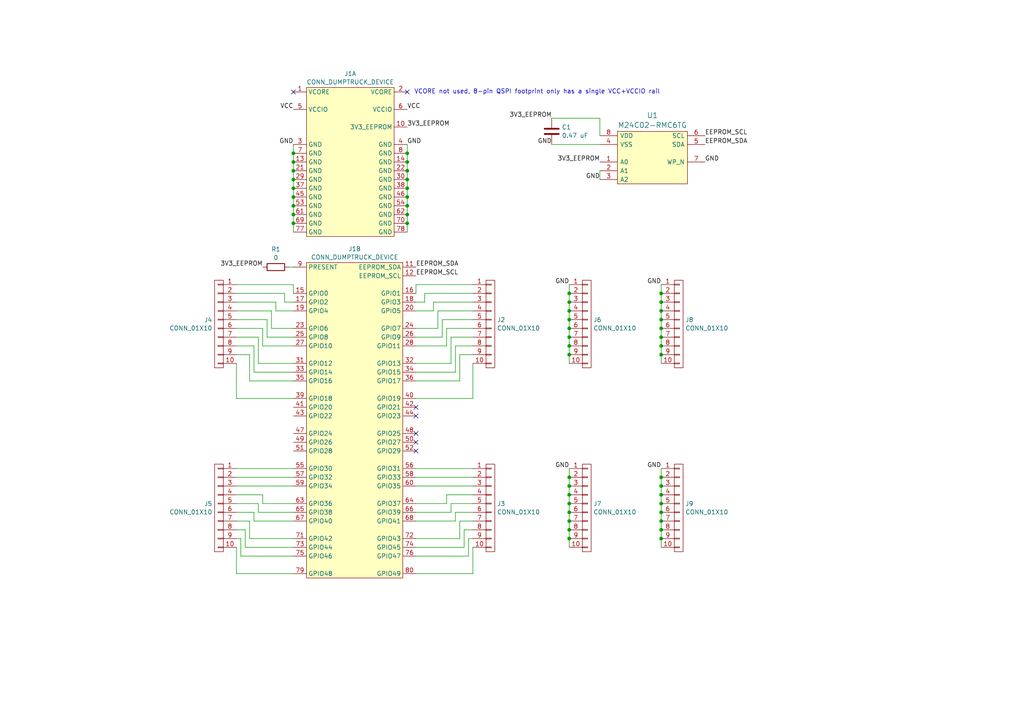
<source format=kicad_sch>
(kicad_sch (version 20231120) (generator "eeschema") (generator_version "8.0")
  (paper "A4")
  (lib_symbols
    (symbol "conn:CONN_01X10" (pin_names (offset 1.016) hide)
      (property "Reference" "J" (at 0 13.97 0))
      (property "Value" "CONN_01X10" (at 2.54 0 90))
      (symbol "CONN_01X10_0_1"
        (rectangle (start -1.27 -11.303) (end 0.254 -11.557))
        (rectangle (start -1.27 -8.763) (end 0.254 -9.017))
        (rectangle (start -1.27 -6.223) (end 0.254 -6.477))
        (rectangle (start -1.27 -3.683) (end 0.254 -3.937))
        (rectangle (start -1.27 -1.143) (end 0.254 -1.397))
        (rectangle (start -1.27 1.397) (end 0.254 1.143))
        (rectangle (start -1.27 3.937) (end 0.254 3.683))
        (rectangle (start -1.27 6.477) (end 0.254 6.223))
        (rectangle (start -1.27 9.017) (end 0.254 8.763))
        (rectangle (start -1.27 11.557) (end 0.254 11.303))
        (rectangle (start -1.27 12.7) (end 1.27 -12.7))
      )
      (symbol "CONN_01X10_1_1"
        (pin passive line (at -5.08 11.43 0) (length 3.81) (name "P1") (number "1"))
        (pin passive line (at -5.08 -11.43 0) (length 3.81) (name "P10") (number "10"))
        (pin passive line (at -5.08 8.89 0) (length 3.81) (name "P2") (number "2"))
        (pin passive line (at -5.08 6.35 0) (length 3.81) (name "P3") (number "3"))
        (pin passive line (at -5.08 3.81 0) (length 3.81) (name "P4") (number "4"))
        (pin passive line (at -5.08 1.27 0) (length 3.81) (name "P5") (number "5"))
        (pin passive line (at -5.08 -1.27 0) (length 3.81) (name "P6") (number "6"))
        (pin passive line (at -5.08 -3.81 0) (length 3.81) (name "P7") (number "7"))
        (pin passive line (at -5.08 -6.35 0) (length 3.81) (name "P8") (number "8"))
        (pin passive line (at -5.08 -8.89 0) (length 3.81) (name "P9") (number "9"))
      )
    )
    (symbol "device:C" (pin_numbers hide) (pin_names (offset 0.254))
      (property "Reference" "C" (at 0.635 2.54 0))
      (property "Value" "C" (at 0.635 -2.54 0))
      (symbol "C_0_1"
        (polyline (pts (xy -2.032 -0.762) (xy 2.032 -0.762)) (stroke (width 0.508)))
        (polyline (pts (xy -2.032 0.762) (xy 2.032 0.762)) (stroke (width 0.508)))
      )
      (symbol "C_1_1"
        (pin passive line (at 0 3.81 270) (length 2.794) (name "~") (number "1"))
        (pin passive line (at 0 -3.81 90) (length 2.794) (name "~") (number "2"))
      )
    )
    (symbol "device:R" (pin_numbers hide) (pin_names (offset 0))
      (property "Reference" "R" (at 2.032 0 90))
      (property "Value" "R" (at 0 0 90))
      (symbol "R_0_1"
        (rectangle (start -1.016 -2.54) (end 1.016 2.54) (stroke (width 0.254)))
      )
      (symbol "R_1_1"
        (pin passive line (at 0 3.81 270) (length 1.27) (name "~") (number "1"))
        (pin passive line (at 0 -3.81 90) (length 1.27) (name "~") (number "2"))
      )
    )
    (symbol "memory-azonenberg:24Cxx-DFN8" (pin_names (offset 0.762))
      (property "Reference" "U" (at 13.97 16.51 0))
      (property "Value" "24Cxx-DFN8" (at 17.78 -1.27 0))
      (symbol "24Cxx-DFN8_1_1"
        (rectangle (start 0 0) (end 20.32 15.24) (fill (type background)))
        (pin input line (at -5.08 6.35 0) (length 5.08) (name "A0") (number "1"))
        (pin input line (at -5.08 3.81 0) (length 5.08) (name "A1") (number "2"))
        (pin input line (at -5.08 1.27 0) (length 5.08) (name "A2") (number "3"))
        (pin power_in line (at -5.08 11.43 0) (length 5.08) (name "VSS") (number "4"))
        (pin bidirectional line (at 25.4 11.43 180) (length 5.08) (name "SDA") (number "5"))
        (pin input line (at 25.4 13.97 180) (length 5.08) (name "SCL") (number "6"))
        (pin input line (at 25.4 6.35 180) (length 5.08) (name "WP_N") (number "7"))
        (pin power_in line (at -5.08 13.97 0) (length 5.08) (name "VDD") (number "8"))
      )
    )
    (symbol "special-azonenberg:CONN_DUMPTRUCK_DEVICE"
      (property "Reference" "J" (at 0 -3.048 0))
      (property "Value" "CONN_DUMPTRUCK_DEVICE" (at -0.508 -5.334 0))
      (symbol "CONN_DUMPTRUCK_DEVICE_1_1"
        (rectangle (start 0 43.18) (end 25.4 0) (fill (type background)))
        (pin power_in line (at -3.81 41.91 0) (length 3.81) (name "VCORE") (number "1"))
        (pin power_out line (at 29.21 31.75 180) (length 3.81) (name "3V3_EEPROM") (number "10"))
        (pin power_in line (at -3.81 21.59 0) (length 3.81) (name "GND") (number "13"))
        (pin power_in line (at 29.21 21.59 180) (length 3.81) (name "GND") (number "14"))
        (pin power_out line (at 29.21 41.91 180) (length 3.81) (name "VCORE") (number "2"))
        (pin power_in line (at -3.81 19.05 0) (length 3.81) (name "GND") (number "21"))
        (pin power_in line (at 29.21 19.05 180) (length 3.81) (name "GND") (number "22"))
        (pin power_in line (at -3.81 16.51 0) (length 3.81) (name "GND") (number "29"))
        (pin power_in line (at -3.81 26.67 0) (length 3.81) (name "GND") (number "3"))
        (pin power_in line (at 29.21 16.51 180) (length 3.81) (name "GND") (number "30"))
        (pin power_in line (at -3.81 13.97 0) (length 3.81) (name "GND") (number "37"))
        (pin power_in line (at 29.21 13.97 180) (length 3.81) (name "GND") (number "38"))
        (pin power_out line (at 29.21 26.67 180) (length 3.81) (name "GND") (number "4"))
        (pin power_in line (at -3.81 11.43 0) (length 3.81) (name "GND") (number "45"))
        (pin power_in line (at 29.21 11.43 180) (length 3.81) (name "GND") (number "46"))
        (pin power_in line (at -3.81 36.83 0) (length 3.81) (name "VCCIO") (number "5"))
        (pin power_in line (at -3.81 8.89 0) (length 3.81) (name "GND") (number "53"))
        (pin power_in line (at 29.21 8.89 180) (length 3.81) (name "GND") (number "54"))
        (pin power_out line (at 29.21 36.83 180) (length 3.81) (name "VCCIO") (number "6"))
        (pin power_in line (at -3.81 6.35 0) (length 3.81) (name "GND") (number "61"))
        (pin power_in line (at 29.21 6.35 180) (length 3.81) (name "GND") (number "62"))
        (pin power_in line (at -3.81 3.81 0) (length 3.81) (name "GND") (number "69"))
        (pin power_in line (at -3.81 24.13 0) (length 3.81) (name "GND") (number "7"))
        (pin power_in line (at 29.21 3.81 180) (length 3.81) (name "GND") (number "70"))
        (pin power_in line (at -3.81 1.27 0) (length 3.81) (name "GND") (number "77"))
        (pin power_in line (at 29.21 1.27 180) (length 3.81) (name "GND") (number "78"))
        (pin power_in line (at 29.21 24.13 180) (length 3.81) (name "GND") (number "8"))
      )
      (symbol "CONN_DUMPTRUCK_DEVICE_2_1"
        (rectangle (start 0 91.44) (end 27.94 0) (fill (type background)))
        (pin bidirectional line (at 31.75 90.17 180) (length 3.81) (name "EEPROM_SDA") (number "11"))
        (pin bidirectional line (at 31.75 87.63 180) (length 3.81) (name "EEPROM_SCL") (number "12"))
        (pin bidirectional line (at -3.81 82.55 0) (length 3.81) (name "GPIO0") (number "15"))
        (pin bidirectional line (at 31.75 82.55 180) (length 3.81) (name "GPIO1") (number "16"))
        (pin bidirectional line (at -3.81 80.01 0) (length 3.81) (name "GPIO2") (number "17"))
        (pin bidirectional line (at 31.75 80.01 180) (length 3.81) (name "GPIO3") (number "18"))
        (pin bidirectional line (at -3.81 77.47 0) (length 3.81) (name "GPIO4") (number "19"))
        (pin bidirectional line (at 31.75 77.47 180) (length 3.81) (name "GPIO5") (number "20"))
        (pin bidirectional line (at -3.81 72.39 0) (length 3.81) (name "GPIO6") (number "23"))
        (pin bidirectional line (at 31.75 72.39 180) (length 3.81) (name "GPIO7") (number "24"))
        (pin bidirectional line (at -3.81 69.85 0) (length 3.81) (name "GPIO8") (number "25"))
        (pin bidirectional line (at 31.75 69.85 180) (length 3.81) (name "GPIO9") (number "26"))
        (pin bidirectional line (at -3.81 67.31 0) (length 3.81) (name "GPIO10") (number "27"))
        (pin bidirectional line (at 31.75 67.31 180) (length 3.81) (name "GPIO11") (number "28"))
        (pin bidirectional line (at -3.81 62.23 0) (length 3.81) (name "GPIO12") (number "31"))
        (pin bidirectional line (at 31.75 62.23 180) (length 3.81) (name "GPIO13") (number "32"))
        (pin bidirectional line (at -3.81 59.69 0) (length 3.81) (name "GPIO14") (number "33"))
        (pin bidirectional line (at 31.75 59.69 180) (length 3.81) (name "GPIO15") (number "34"))
        (pin bidirectional line (at -3.81 57.15 0) (length 3.81) (name "GPIO16") (number "35"))
        (pin bidirectional line (at 31.75 57.15 180) (length 3.81) (name "GPIO17") (number "36"))
        (pin bidirectional line (at -3.81 52.07 0) (length 3.81) (name "GPIO18") (number "39"))
        (pin bidirectional line (at 31.75 52.07 180) (length 3.81) (name "GPIO19") (number "40"))
        (pin bidirectional line (at -3.81 49.53 0) (length 3.81) (name "GPIO20") (number "41"))
        (pin bidirectional line (at 31.75 49.53 180) (length 3.81) (name "GPIO21") (number "42"))
        (pin bidirectional line (at -3.81 46.99 0) (length 3.81) (name "GPIO22") (number "43"))
        (pin bidirectional line (at 31.75 46.99 180) (length 3.81) (name "GPIO23") (number "44"))
        (pin bidirectional line (at -3.81 41.91 0) (length 3.81) (name "GPIO24") (number "47"))
        (pin bidirectional line (at 31.75 41.91 180) (length 3.81) (name "GPIO25") (number "48"))
        (pin bidirectional line (at -3.81 39.37 0) (length 3.81) (name "GPIO26") (number "49"))
        (pin bidirectional line (at 31.75 39.37 180) (length 3.81) (name "GPIO27") (number "50"))
        (pin bidirectional line (at -3.81 36.83 0) (length 3.81) (name "GPIO28") (number "51"))
        (pin bidirectional line (at 31.75 36.83 180) (length 3.81) (name "GPIO29") (number "52"))
        (pin bidirectional line (at -3.81 31.75 0) (length 3.81) (name "GPIO30") (number "55"))
        (pin bidirectional line (at 31.75 31.75 180) (length 3.81) (name "GPIO31") (number "56"))
        (pin bidirectional line (at -3.81 29.21 0) (length 3.81) (name "GPIO32") (number "57"))
        (pin bidirectional line (at 31.75 29.21 180) (length 3.81) (name "GPIO33") (number "58"))
        (pin bidirectional line (at -3.81 26.67 0) (length 3.81) (name "GPIO34") (number "59"))
        (pin bidirectional line (at 31.75 26.67 180) (length 3.81) (name "GPIO35") (number "60"))
        (pin bidirectional line (at -3.81 21.59 0) (length 3.81) (name "GPIO36") (number "63"))
        (pin bidirectional line (at 31.75 21.59 180) (length 3.81) (name "GPIO37") (number "64"))
        (pin bidirectional line (at -3.81 19.05 0) (length 3.81) (name "GPIO38") (number "65"))
        (pin bidirectional line (at 31.75 19.05 180) (length 3.81) (name "GPIO39") (number "66"))
        (pin bidirectional line (at -3.81 16.51 0) (length 3.81) (name "GPIO40") (number "67"))
        (pin bidirectional line (at 31.75 16.51 180) (length 3.81) (name "GPIO41") (number "68"))
        (pin bidirectional line (at -3.81 11.43 0) (length 3.81) (name "GPIO42") (number "71"))
        (pin bidirectional line (at 31.75 11.43 180) (length 3.81) (name "GPIO43") (number "72"))
        (pin bidirectional line (at -3.81 8.89 0) (length 3.81) (name "GPIO44") (number "73"))
        (pin bidirectional line (at 31.75 8.89 180) (length 3.81) (name "GPIO45") (number "74"))
        (pin bidirectional line (at -3.81 6.35 0) (length 3.81) (name "GPIO46") (number "75"))
        (pin bidirectional line (at 31.75 6.35 180) (length 3.81) (name "GPIO47") (number "76"))
        (pin bidirectional line (at -3.81 1.27 0) (length 3.81) (name "GPIO48") (number "79"))
        (pin bidirectional line (at 31.75 1.27 180) (length 3.81) (name "GPIO49") (number "80"))
        (pin bidirectional line (at -3.81 90.17 0) (length 3.81) (name "PRESENT") (number "9"))
      )
    )
  )
  (junction (at 165.1 153.67))
  (junction (at 85.09 52.07))
  (junction (at 191.77 148.59))
  (junction (at 165.1 156.21))
  (junction (at 165.1 148.59))
  (junction (at 85.09 62.23))
  (junction (at 191.77 102.87))
  (junction (at 191.77 97.79))
  (junction (at 165.1 90.17))
  (junction (at 165.1 100.33))
  (junction (at 165.1 140.97))
  (junction (at 118.11 54.61))
  (junction (at 85.09 57.15))
  (junction (at 165.1 97.79))
  (junction (at 191.77 140.97))
  (junction (at 85.09 59.69))
  (junction (at 118.11 46.99))
  (junction (at 191.77 138.43))
  (junction (at 165.1 92.71))
  (junction (at 191.77 151.13))
  (junction (at 85.09 54.61))
  (junction (at 191.77 146.05))
  (junction (at 191.77 153.67))
  (junction (at 191.77 95.25))
  (junction (at 118.11 44.45))
  (junction (at 165.1 146.05))
  (junction (at 191.77 92.71))
  (junction (at 191.77 143.51))
  (junction (at 165.1 95.25))
  (junction (at 118.11 52.07))
  (junction (at 191.77 85.09))
  (junction (at 191.77 87.63))
  (junction (at 165.1 87.63))
  (junction (at 118.11 49.53))
  (junction (at 85.09 64.77))
  (junction (at 165.1 102.87))
  (junction (at 85.09 49.53))
  (junction (at 165.1 85.09))
  (junction (at 165.1 143.51))
  (junction (at 118.11 57.15))
  (junction (at 165.1 151.13))
  (junction (at 118.11 64.77))
  (junction (at 85.09 46.99))
  (junction (at 165.1 138.43))
  (junction (at 85.09 44.45))
  (junction (at 191.77 156.21))
  (junction (at 118.11 62.23))
  (junction (at 191.77 90.17))
  (junction (at 118.11 59.69))
  (junction (at 191.77 100.33))
  (no_connect (at 120.65 130.81))
  (no_connect (at 85.09 26.67))
  (no_connect (at 120.65 125.73))
  (no_connect (at 120.65 118.11))
  (no_connect (at 120.65 128.27))
  (no_connect (at 120.65 120.65))
  (no_connect (at 118.11 26.67))
  (wire (pts (xy 118.11 46.99) (xy 118.11 49.53)))
  (wire (pts (xy 120.65 82.55) (xy 137.16 82.55)))
  (wire (pts (xy 74.93 148.59) (xy 74.93 146.05)))
  (wire (pts (xy 191.77 82.55) (xy 191.77 85.09)))
  (wire (pts (xy 165.1 102.87) (xy 165.1 105.41)))
  (wire (pts (xy 76.2 100.33) (xy 85.09 100.33)))
  (wire (pts (xy 85.09 64.77) (xy 85.09 67.31)))
  (wire (pts (xy 76.2 146.05) (xy 76.2 143.51)))
  (wire (pts (xy 129.54 95.25) (xy 129.54 100.33)))
  (wire (pts (xy 160.02 41.91) (xy 173.99 41.91)))
  (wire (pts (xy 118.11 62.23) (xy 118.11 64.77)))
  (wire (pts (xy 78.74 90.17) (xy 78.74 95.25)))
  (wire (pts (xy 85.09 41.91) (xy 85.09 44.45)))
  (wire (pts (xy 72.39 156.21) (xy 72.39 151.13)))
  (wire (pts (xy 165.1 146.05) (xy 165.1 148.59)))
  (wire (pts (xy 132.08 107.95) (xy 132.08 100.33)))
  (wire (pts (xy 118.11 41.91) (xy 118.11 44.45)))
  (wire (pts (xy 132.08 151.13) (xy 132.08 148.59)))
  (wire (pts (xy 80.01 87.63) (xy 68.58 87.63)))
  (wire (pts (xy 137.16 95.25) (xy 129.54 95.25)))
  (wire (pts (xy 128.27 92.71) (xy 128.27 97.79)))
  (wire (pts (xy 165.1 97.79) (xy 165.1 100.33)))
  (wire (pts (xy 120.65 151.13) (xy 132.08 151.13)))
  (wire (pts (xy 68.58 92.71) (xy 77.47 92.71)))
  (wire (pts (xy 68.58 90.17) (xy 78.74 90.17)))
  (wire (pts (xy 76.2 95.25) (xy 76.2 100.33)))
  (wire (pts (xy 165.1 90.17) (xy 165.1 92.71)))
  (wire (pts (xy 73.66 151.13) (xy 73.66 148.59)))
  (wire (pts (xy 165.1 85.09) (xy 165.1 87.63)))
  (wire (pts (xy 68.58 166.37) (xy 85.09 166.37)))
  (wire (pts (xy 120.65 87.63) (xy 123.19 87.63)))
  (wire (pts (xy 120.65 105.41) (xy 130.81 105.41)))
  (wire (pts (xy 132.08 148.59) (xy 137.16 148.59)))
  (wire (pts (xy 120.65 90.17) (xy 125.73 90.17)))
  (wire (pts (xy 120.65 140.97) (xy 137.16 140.97)))
  (wire (pts (xy 123.19 85.09) (xy 137.16 85.09)))
  (wire (pts (xy 85.09 156.21) (xy 72.39 156.21)))
  (wire (pts (xy 165.1 138.43) (xy 165.1 140.97)))
  (wire (pts (xy 72.39 151.13) (xy 68.58 151.13)))
  (wire (pts (xy 68.58 115.57) (xy 68.58 105.41)))
  (wire (pts (xy 118.11 49.53) (xy 118.11 52.07)))
  (wire (pts (xy 80.01 90.17) (xy 80.01 87.63)))
  (wire (pts (xy 85.09 135.89) (xy 68.58 135.89)))
  (wire (pts (xy 85.09 140.97) (xy 68.58 140.97)))
  (wire (pts (xy 191.77 97.79) (xy 191.77 100.33)))
  (wire (pts (xy 123.19 87.63) (xy 123.19 85.09)))
  (wire (pts (xy 71.12 153.67) (xy 68.58 153.67)))
  (wire (pts (xy 130.81 146.05) (xy 137.16 146.05)))
  (wire (pts (xy 85.09 115.57) (xy 68.58 115.57)))
  (wire (pts (xy 133.35 110.49) (xy 133.35 102.87)))
  (wire (pts (xy 85.09 85.09) (xy 85.09 82.55)))
  (wire (pts (xy 76.2 143.51) (xy 68.58 143.51)))
  (wire (pts (xy 165.1 135.89) (xy 165.1 138.43)))
  (wire (pts (xy 77.47 97.79) (xy 85.09 97.79)))
  (wire (pts (xy 120.65 161.29) (xy 135.89 161.29)))
  (wire (pts (xy 85.09 138.43) (xy 68.58 138.43)))
  (wire (pts (xy 120.65 156.21) (xy 133.35 156.21)))
  (wire (pts (xy 120.65 85.09) (xy 120.65 82.55)))
  (wire (pts (xy 85.09 62.23) (xy 85.09 64.77)))
  (wire (pts (xy 191.77 146.05) (xy 191.77 148.59)))
  (wire (pts (xy 85.09 54.61) (xy 85.09 57.15)))
  (wire (pts (xy 173.99 49.53) (xy 173.99 52.07)))
  (wire (pts (xy 85.09 110.49) (xy 72.39 110.49)))
  (wire (pts (xy 137.16 90.17) (xy 127 90.17)))
  (wire (pts (xy 135.89 161.29) (xy 135.89 156.21)))
  (wire (pts (xy 191.77 135.89) (xy 191.77 138.43)))
  (wire (pts (xy 133.35 102.87) (xy 137.16 102.87)))
  (wire (pts (xy 82.55 85.09) (xy 68.58 85.09)))
  (wire (pts (xy 191.77 95.25) (xy 191.77 97.79)))
  (wire (pts (xy 69.85 161.29) (xy 69.85 156.21)))
  (wire (pts (xy 74.93 97.79) (xy 68.58 97.79)))
  (wire (pts (xy 135.89 156.21) (xy 137.16 156.21)))
  (wire (pts (xy 77.47 92.71) (xy 77.47 97.79)))
  (wire (pts (xy 118.11 64.77) (xy 118.11 67.31)))
  (wire (pts (xy 85.09 44.45) (xy 85.09 46.99)))
  (wire (pts (xy 127 90.17) (xy 127 95.25)))
  (wire (pts (xy 165.1 153.67) (xy 165.1 156.21)))
  (wire (pts (xy 134.62 153.67) (xy 137.16 153.67)))
  (wire (pts (xy 78.74 95.25) (xy 85.09 95.25)))
  (wire (pts (xy 191.77 156.21) (xy 191.77 158.75)))
  (wire (pts (xy 74.93 146.05) (xy 68.58 146.05)))
  (wire (pts (xy 191.77 100.33) (xy 191.77 102.87)))
  (wire (pts (xy 191.77 140.97) (xy 191.77 143.51)))
  (wire (pts (xy 137.16 92.71) (xy 128.27 92.71)))
  (wire (pts (xy 120.65 148.59) (xy 130.81 148.59)))
  (wire (pts (xy 191.77 138.43) (xy 191.77 140.97)))
  (wire (pts (xy 129.54 146.05) (xy 129.54 143.51)))
  (wire (pts (xy 191.77 85.09) (xy 191.77 87.63)))
  (wire (pts (xy 118.11 52.07) (xy 118.11 54.61)))
  (wire (pts (xy 165.1 82.55) (xy 165.1 85.09)))
  (wire (pts (xy 165.1 95.25) (xy 165.1 97.79)))
  (wire (pts (xy 120.65 138.43) (xy 137.16 138.43)))
  (wire (pts (xy 85.09 82.55) (xy 68.58 82.55)))
  (wire (pts (xy 132.08 100.33) (xy 137.16 100.33)))
  (wire (pts (xy 137.16 158.75) (xy 137.16 166.37)))
  (wire (pts (xy 165.1 156.21) (xy 165.1 158.75)))
  (wire (pts (xy 120.65 158.75) (xy 134.62 158.75)))
  (wire (pts (xy 85.09 107.95) (xy 73.66 107.95)))
  (wire (pts (xy 191.77 87.63) (xy 191.77 90.17)))
  (wire (pts (xy 127 95.25) (xy 120.65 95.25)))
  (wire (pts (xy 125.73 90.17) (xy 125.73 87.63)))
  (wire (pts (xy 85.09 158.75) (xy 71.12 158.75)))
  (wire (pts (xy 129.54 143.51) (xy 137.16 143.51)))
  (wire (pts (xy 73.66 148.59) (xy 68.58 148.59)))
  (wire (pts (xy 85.09 49.53) (xy 85.09 52.07)))
  (wire (pts (xy 165.1 151.13) (xy 165.1 153.67)))
  (wire (pts (xy 130.81 97.79) (xy 137.16 97.79)))
  (wire (pts (xy 85.09 59.69) (xy 85.09 62.23)))
  (wire (pts (xy 69.85 156.21) (xy 68.58 156.21)))
  (wire (pts (xy 85.09 105.41) (xy 74.93 105.41)))
  (wire (pts (xy 120.65 135.89) (xy 137.16 135.89)))
  (wire (pts (xy 73.66 107.95) (xy 73.66 100.33)))
  (wire (pts (xy 130.81 105.41) (xy 130.81 97.79)))
  (wire (pts (xy 68.58 158.75) (xy 68.58 166.37)))
  (wire (pts (xy 73.66 100.33) (xy 68.58 100.33)))
  (wire (pts (xy 130.81 148.59) (xy 130.81 146.05)))
  (wire (pts (xy 133.35 151.13) (xy 137.16 151.13)))
  (wire (pts (xy 118.11 44.45) (xy 118.11 46.99)))
  (wire (pts (xy 85.09 148.59) (xy 74.93 148.59)))
  (wire (pts (xy 120.65 110.49) (xy 133.35 110.49)))
  (wire (pts (xy 129.54 100.33) (xy 120.65 100.33)))
  (wire (pts (xy 191.77 153.67) (xy 191.77 156.21)))
  (wire (pts (xy 120.65 107.95) (xy 132.08 107.95)))
  (wire (pts (xy 85.09 146.05) (xy 76.2 146.05)))
  (wire (pts (xy 128.27 97.79) (xy 120.65 97.79)))
  (wire (pts (xy 118.11 59.69) (xy 118.11 62.23)))
  (wire (pts (xy 82.55 87.63) (xy 82.55 85.09)))
  (wire (pts (xy 72.39 110.49) (xy 72.39 102.87)))
  (wire (pts (xy 165.1 140.97) (xy 165.1 143.51)))
  (wire (pts (xy 85.09 52.07) (xy 85.09 54.61)))
  (wire (pts (xy 191.77 148.59) (xy 191.77 151.13)))
  (wire (pts (xy 191.77 102.87) (xy 191.77 105.41)))
  (wire (pts (xy 165.1 87.63) (xy 165.1 90.17)))
  (wire (pts (xy 118.11 57.15) (xy 118.11 59.69)))
  (wire (pts (xy 125.73 87.63) (xy 137.16 87.63)))
  (wire (pts (xy 165.1 143.51) (xy 165.1 146.05)))
  (wire (pts (xy 85.09 57.15) (xy 85.09 59.69)))
  (wire (pts (xy 173.99 34.29) (xy 173.99 39.37)))
  (wire (pts (xy 85.09 46.99) (xy 85.09 49.53)))
  (wire (pts (xy 165.1 92.71) (xy 165.1 95.25)))
  (wire (pts (xy 68.58 95.25) (xy 76.2 95.25)))
  (wire (pts (xy 191.77 151.13) (xy 191.77 153.67)))
  (wire (pts (xy 120.65 146.05) (xy 129.54 146.05)))
  (wire (pts (xy 118.11 54.61) (xy 118.11 57.15)))
  (wire (pts (xy 191.77 143.51) (xy 191.77 146.05)))
  (wire (pts (xy 160.02 34.29) (xy 173.99 34.29)))
  (wire (pts (xy 85.09 87.63) (xy 82.55 87.63)))
  (wire (pts (xy 120.65 115.57) (xy 137.16 115.57)))
  (wire (pts (xy 85.09 151.13) (xy 73.66 151.13)))
  (wire (pts (xy 191.77 90.17) (xy 191.77 92.71)))
  (wire (pts (xy 137.16 166.37) (xy 120.65 166.37)))
  (wire (pts (xy 85.09 161.29) (xy 69.85 161.29)))
  (wire (pts (xy 74.93 105.41) (xy 74.93 97.79)))
  (wire (pts (xy 191.77 92.71) (xy 191.77 95.25)))
  (wire (pts (xy 165.1 100.33) (xy 165.1 102.87)))
  (wire (pts (xy 134.62 158.75) (xy 134.62 153.67)))
  (wire (pts (xy 85.09 90.17) (xy 80.01 90.17)))
  (wire (pts (xy 165.1 148.59) (xy 165.1 151.13)))
  (wire (pts (xy 83.82 77.47) (xy 85.09 77.47)))
  (wire (pts (xy 72.39 102.87) (xy 68.58 102.87)))
  (wire (pts (xy 71.12 158.75) (xy 71.12 153.67)))
  (wire (pts (xy 133.35 156.21) (xy 133.35 151.13)))
  (wire (pts (xy 137.16 115.57) (xy 137.16 105.41)))
  (text "VCORE not used, 8-pin QSPI footprint only has a single VCC+VCCIO rail" (at 120.142 26.67 0) (effects (font (size 1.27 1.27)) (justify left)))
  (label "GND" (at 173.99 52.07 180))
  (label "3V3_EEPROM" (at 118.11 36.83 0))
  (label "VCC" (at 85.09 31.75 180))
  (label "GND" (at 191.77 82.55 180))
  (label "3V3_EEPROM" (at 76.2 77.47 180))
  (label "GND" (at 160.02 41.91 180))
  (label "GND" (at 118.11 41.91 0))
  (label "EEPROM_SCL" (at 204.47 39.37 0))
  (label "GND" (at 165.1 82.55 180))
  (label "3V3_EEPROM" (at 160.02 34.29 180))
  (label "EEPROM_SCL" (at 120.65 80.01 0))
  (label "EEPROM_SDA" (at 204.47 41.91 0))
  (label "EEPROM_SDA" (at 120.65 77.47 0))
  (label "GND" (at 204.47 46.99 0))
  (label "GND" (at 165.1 135.89 180))
  (label "VCC" (at 118.11 31.75 0))
  (label "GND" (at 85.09 41.91 180))
  (label "3V3_EEPROM" (at 173.99 46.99 180))
  (label "GND" (at 191.77 135.89 180))
  (symbol (lib_id "device:C") (at 160.02 38.1 0) (unit 1)
    (property "Reference" "C1" (at 162.941 36.8878 0) (effects (justify left)))
    (property "Value" "0.47 uF" (at 162.941 39.3121 0) (effects (justify left)))
    (property "Footprint" "azonenberg_pcb:EIA_0402_CAP_NOSILK" (effects (hide yes)))
    (property "Description" "Unpolarized capacitor" (effects (hide yes)))
  )
  (symbol (lib_id "memory-azonenberg:24Cxx-DFN8") (at 179.07 53.34 0) (unit 1)
    (property "Reference" "U1" (at 189.23 33.4696 0) (effects (font (size 1.524 1.524))))
    (property "Value" "M24C02-RMC6TG" (at 189.23 36.3025 0) (effects (font (size 1.524 1.524))))
    (property "Footprint" "azonenberg_pcb:DFN_8_0.5MM_2x3MM_TALL" (effects (hide yes)))
    (property "Description" "I2C Serial EEPROM with MAC address" (effects (hide yes)))
  )
  (symbol (lib_id "conn:CONN_01X10") (at 170.18 93.98 0) (unit 1)
    (property "Reference" "J6" (at 172.085 92.7678 0) (effects (justify left)))
    (property "Value" "CONN_01X10" (at 172.085 95.1921 0) (effects (justify left)))
    (property "Footprint" "azonenberg_pcb:CONN_HEADER_2.54MM_1x10_REFLOW_NOSILK" (effects (hide yes)))
    (property "Description" "Connector, single row, 01x10, pin header" (effects (hide yes)))
  )
  (symbol (lib_id "special-azonenberg:CONN_DUMPTRUCK_DEVICE") (at 88.9 167.64 0) (unit 2)
    (property "Reference" "J1" (at 102.87 72.1825 0))
    (property "Value" "CONN_DUMPTRUCK_DEVICE" (at 102.87 74.6068 0))
    (property "Footprint" "azonenberg_pcb:CONN_SAMTEC_BSE-040-01-L-D-A-TR" (effects (hide yes)))
  )
  (symbol (lib_id "device:R") (at 80.01 77.47 90) (unit 1)
    (property "Reference" "R1" (at 80.01 72.3095 90))
    (property "Value" "0" (at 80.01 74.7338 90))
    (property "Footprint" "azonenberg_pcb:EIA_0402_RES_NOSILK" (effects (hide yes)))
    (property "Description" "Resistor" (effects (hide yes)))
  )
  (symbol (lib_id "conn:CONN_01X10") (at 142.24 147.32 0) (unit 1)
    (property "Reference" "J3" (at 144.145 146.1078 0) (effects (justify left)))
    (property "Value" "CONN_01X10" (at 144.145 148.5321 0) (effects (justify left)))
    (property "Footprint" "azonenberg_pcb:CONN_HEADER_2.54MM_1x10_REFLOW_NOSILK" (effects (hide yes)))
    (property "Description" "Connector, single row, 01x10, pin header" (effects (hide yes)))
  )
  (symbol (lib_id "special-azonenberg:CONN_DUMPTRUCK_DEVICE") (at 88.9 68.58 0) (unit 1)
    (property "Reference" "J1" (at 101.6 21.3825 0))
    (property "Value" "CONN_DUMPTRUCK_DEVICE" (at 101.6 23.8068 0))
    (property "Footprint" "azonenberg_pcb:CONN_SAMTEC_BSE-040-01-L-D-A-TR" (effects (hide yes)))
  )
  (symbol (lib_id "conn:CONN_01X10") (at 63.5 93.98 0) (mirror y) (unit 1)
    (property "Reference" "J4" (at 61.595 92.7678 0) (effects (justify left)))
    (property "Value" "CONN_01X10" (at 61.595 95.1921 0) (effects (justify left)))
    (property "Footprint" "azonenberg_pcb:CONN_HEADER_2.54MM_1x10_REFLOW_NOSILK" (effects (hide yes)))
    (property "Description" "Connector, single row, 01x10, pin header" (effects (hide yes)))
  )
  (symbol (lib_id "conn:CONN_01X10") (at 170.18 147.32 0) (unit 1)
    (property "Reference" "J7" (at 172.085 146.1078 0) (effects (justify left)))
    (property "Value" "CONN_01X10" (at 172.085 148.5321 0) (effects (justify left)))
    (property "Footprint" "azonenberg_pcb:CONN_HEADER_2.54MM_1x10_REFLOW_NOSILK" (effects (hide yes)))
    (property "Description" "Connector, single row, 01x10, pin header" (effects (hide yes)))
  )
  (symbol (lib_id "conn:CONN_01X10") (at 63.5 147.32 0) (mirror y) (unit 1)
    (property "Reference" "J5" (at 61.595 146.1078 0) (effects (justify left)))
    (property "Value" "CONN_01X10" (at 61.595 148.5321 0) (effects (justify left)))
    (property "Footprint" "azonenberg_pcb:CONN_HEADER_2.54MM_1x10_REFLOW_NOSILK" (effects (hide yes)))
    (property "Description" "Connector, single row, 01x10, pin header" (effects (hide yes)))
  )
  (symbol (lib_id "conn:CONN_01X10") (at 196.85 147.32 0) (unit 1)
    (property "Reference" "J9" (at 198.755 146.1078 0) (effects (justify left)))
    (property "Value" "CONN_01X10" (at 198.755 148.5321 0) (effects (justify left)))
    (property "Footprint" "azonenberg_pcb:CONN_HEADER_2.54MM_1x10_REFLOW_NOSILK" (effects (hide yes)))
    (property "Description" "Connector, single row, 01x10, pin header" (effects (hide yes)))
  )
  (symbol (lib_id "conn:CONN_01X10") (at 196.85 93.98 0) (unit 1)
    (property "Reference" "J8" (at 198.755 92.7678 0) (effects (justify left)))
    (property "Value" "CONN_01X10" (at 198.755 95.1921 0) (effects (justify left)))
    (property "Footprint" "azonenberg_pcb:CONN_HEADER_2.54MM_1x10_REFLOW_NOSILK" (effects (hide yes)))
    (property "Description" "Connector, single row, 01x10, pin header" (effects (hide yes)))
  )
  (symbol (lib_id "conn:CONN_01X10") (at 142.24 93.98 0) (unit 1)
    (property "Reference" "J2" (at 144.145 92.7678 0) (effects (justify left)))
    (property "Value" "CONN_01X10" (at 144.145 95.1921 0) (effects (justify left)))
    (property "Footprint" "azonenberg_pcb:CONN_HEADER_2.54MM_1x10_REFLOW_NOSILK" (effects (hide yes)))
    (property "Description" "Connector, single row, 01x10, pin header" (effects (hide yes)))
  )
)
</source>
